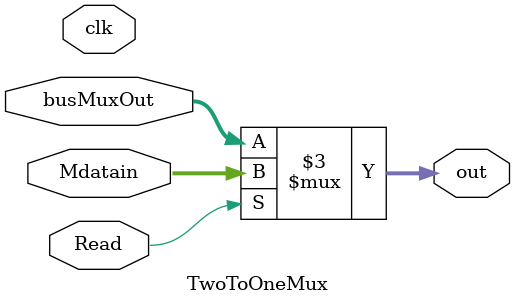
<source format=v>
module TwoToOneMux(input wire clk, Read, input wire [31:0] busMuxOut, input wire [31:0] Mdatain, output reg [31:0] out);
	always@(*) begin
		if (Read) 
			out[31:0] <= Mdatain[31:0];
		else 
			out[31:0] <= busMuxOut[31:0];
	end
endmodule
</source>
